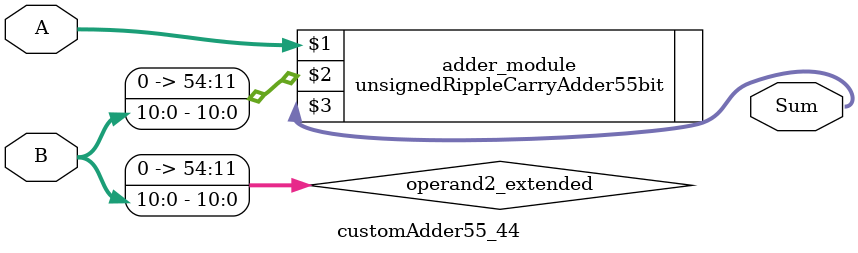
<source format=v>
module customAdder55_44(
                        input [54 : 0] A,
                        input [10 : 0] B,
                        
                        output [55 : 0] Sum
                );

        wire [54 : 0] operand2_extended;
        
        assign operand2_extended =  {44'b0, B};
        
        unsignedRippleCarryAdder55bit adder_module(
            A,
            operand2_extended,
            Sum
        );
        
        endmodule
        
</source>
